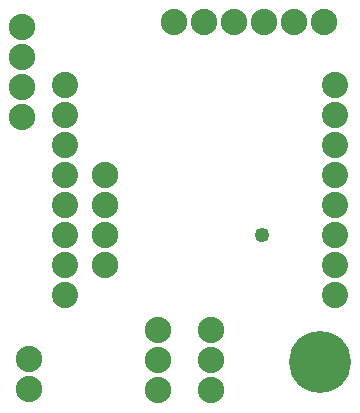
<source format=gbs>
G04 MADE WITH FRITZING*
G04 WWW.FRITZING.ORG*
G04 DOUBLE SIDED*
G04 HOLES PLATED*
G04 CONTOUR ON CENTER OF CONTOUR VECTOR*
%ASAXBY*%
%FSLAX23Y23*%
%MOIN*%
%OFA0B0*%
%SFA1.0B1.0*%
%ADD10C,0.088000*%
%ADD11C,0.087778*%
%ADD12C,0.206850*%
%ADD13C,0.049370*%
%LNMASK0*%
G90*
G70*
G54D10*
X1094Y1298D03*
X994Y1298D03*
X894Y1298D03*
X794Y1298D03*
X694Y1298D03*
X594Y1298D03*
X364Y488D03*
X364Y588D03*
X364Y688D03*
X364Y788D03*
X110Y75D03*
X110Y175D03*
X86Y982D03*
X86Y1082D03*
X86Y1182D03*
X86Y1282D03*
X541Y73D03*
X541Y173D03*
X541Y273D03*
X718Y74D03*
X718Y174D03*
X718Y274D03*
G54D11*
X1129Y1089D03*
X1129Y989D03*
X1129Y889D03*
X1129Y789D03*
X1129Y689D03*
X1129Y589D03*
X1129Y489D03*
X1129Y389D03*
X229Y389D03*
X229Y489D03*
X229Y589D03*
X229Y689D03*
X229Y789D03*
X229Y889D03*
X229Y989D03*
X229Y1089D03*
X1129Y1089D03*
X1129Y989D03*
X1129Y889D03*
X1129Y789D03*
X1129Y689D03*
X1129Y589D03*
X1129Y489D03*
X1129Y389D03*
X229Y389D03*
X229Y489D03*
X229Y589D03*
X229Y689D03*
X229Y789D03*
X229Y889D03*
X229Y989D03*
X229Y1089D03*
G54D12*
X1081Y165D03*
G54D13*
X888Y591D03*
G04 End of Mask0*
M02*
</source>
